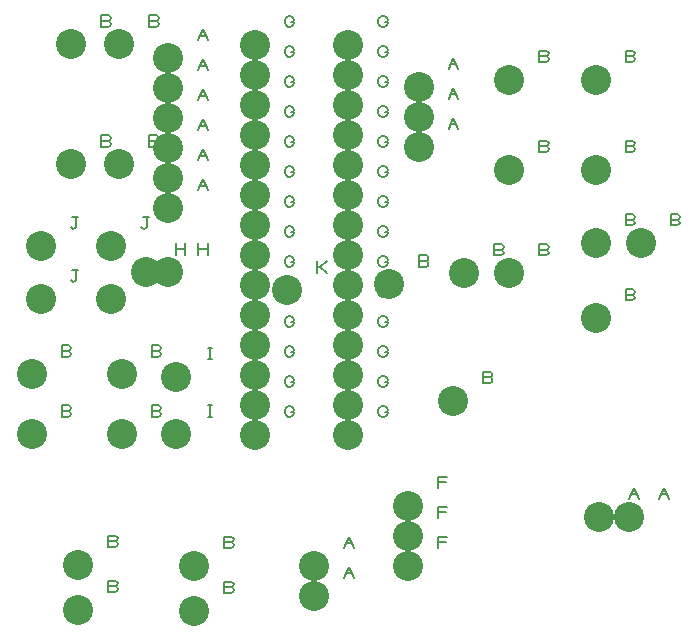
<source format=gbr>
G04 EasyPC Gerber Version 21.0.3 Build 4286 *
G04 #@! TF.Part,Single*
G04 #@! TF.FileFunction,Drillmap *
G04 #@! TF.FilePolarity,Positive *
%FSLAX35Y35*%
%MOIN*%
%ADD11C,0.00500*%
G04 #@! TA.AperFunction,WasherPad*
%ADD21C,0.10000*%
X0Y0D02*
D02*
D11*
X28061Y91463D02*
X28686Y91150D01*
X28999Y90525*
X28686Y89900*
X28061Y89587*
X25874*
Y93337*
X28061*
X28686Y93025*
X28999Y92400*
X28686Y91775*
X28061Y91463*
X25874*
X28061Y111413D02*
X28686Y111100D01*
X28999Y110475*
X28686Y109850*
X28061Y109537*
X25874*
Y113287*
X28061*
X28686Y112975*
X28999Y112350*
X28686Y111725*
X28061Y111413*
X25874*
X28874Y135163D02*
X29186Y134850D01*
X29811Y134537*
X30436Y134850*
X30749Y135163*
Y138287*
X31374*
X30749D02*
X29499D01*
X28874Y152879D02*
X29186Y152567D01*
X29811Y152254*
X30436Y152567*
X30749Y152879*
Y156004*
X31374*
X30749D02*
X29499D01*
X41261Y181413D02*
X41886Y181100D01*
X42199Y180475*
X41886Y179850*
X41261Y179537*
X39074*
Y183287*
X41261*
X41886Y182975*
X42199Y182350*
X41886Y181725*
X41261Y181413*
X39074*
X41261Y221413D02*
X41886Y221100D01*
X42199Y220475*
X41886Y219850*
X41261Y219537*
X39074*
Y223287*
X41261*
X41886Y222975*
X42199Y222350*
X41886Y221725*
X41261Y221413*
X39074*
X43661Y33013D02*
X44286Y32700D01*
X44599Y32075*
X44286Y31450*
X43661Y31137*
X41474*
Y34887*
X43661*
X44286Y34575*
X44599Y33950*
X44286Y33325*
X43661Y33013*
X41474*
X43661Y48013D02*
X44286Y47700D01*
X44599Y47075*
X44286Y46450*
X43661Y46137*
X41474*
Y49887*
X43661*
X44286Y49575*
X44599Y48950*
X44286Y48325*
X43661Y48013*
X41474*
X52496Y135163D02*
X52808Y134850D01*
X53433Y134537*
X54058Y134850*
X54371Y135163*
Y138287*
X54996*
X54371D02*
X53121D01*
X52496Y152879D02*
X52808Y152567D01*
X53433Y152254*
X54058Y152567*
X54371Y152879*
Y156004*
X54996*
X54371D02*
X53121D01*
X57311Y181413D02*
X57936Y181100D01*
X58249Y180475*
X57936Y179850*
X57311Y179537*
X55124*
Y183287*
X57311*
X57936Y182975*
X58249Y182350*
X57936Y181725*
X57311Y181413*
X55124*
X57311Y221413D02*
X57936Y221100D01*
X58249Y220475*
X57936Y219850*
X57311Y219537*
X55124*
Y223287*
X57311*
X57936Y222975*
X58249Y222350*
X57936Y221725*
X57311Y221413*
X55124*
X58061Y91463D02*
X58686Y91150D01*
X58999Y90525*
X58686Y89900*
X58061Y89587*
X55874*
Y93337*
X58061*
X58686Y93025*
X58999Y92400*
X58686Y91775*
X58061Y91463*
X55874*
X58061Y111413D02*
X58686Y111100D01*
X58999Y110475*
X58686Y109850*
X58061Y109537*
X55874*
Y113287*
X58061*
X58686Y112975*
X58999Y112350*
X58686Y111725*
X58061Y111413*
X55874*
X63950Y143587D02*
Y147337D01*
Y145463D02*
X67075D01*
Y143587D02*
Y147337D01*
X71450Y143587D02*
Y147337D01*
Y145463D02*
X74575D01*
Y143587D02*
Y147337D01*
X71450Y164987D02*
X73013Y168737D01*
X74575Y164987*
X72075Y166550D02*
X73950D01*
X71450Y174987D02*
X73013Y178737D01*
X74575Y174987*
X72075Y176550D02*
X73950D01*
X71450Y184987D02*
X73013Y188737D01*
X74575Y184987*
X72075Y186550D02*
X73950D01*
X71450Y194987D02*
X73013Y198737D01*
X74575Y194987*
X72075Y196550D02*
X73950D01*
X71450Y204987D02*
X73013Y208737D01*
X74575Y204987*
X72075Y206550D02*
X73950D01*
X71450Y214987D02*
X73013Y218737D01*
X74575Y214987*
X72075Y216550D02*
X73950D01*
X74811Y89581D02*
X76061D01*
X75436D02*
Y93331D01*
X74811D02*
X76061D01*
X74811Y108794D02*
X76061D01*
X75436D02*
Y112544D01*
X74811D02*
X76061D01*
X82311Y32663D02*
X82936Y32350D01*
X83249Y31725*
X82936Y31100*
X82311Y30787*
X80124*
Y34537*
X82311*
X82936Y34225*
X83249Y33600*
X82936Y32975*
X82311Y32663*
X80124*
X82311Y47663D02*
X82936Y47350D01*
X83249Y46725*
X82936Y46100*
X82311Y45787*
X80124*
Y49537*
X82311*
X82936Y49225*
X83249Y48600*
X82936Y47975*
X82311Y47663*
X80124*
X102411Y90950D02*
X103349D01*
Y90637*
X103037Y90013*
X102724Y89700*
X102099Y89387*
X101474*
X100849Y89700*
X100537Y90013*
X100224Y90637*
Y91887*
X100537Y92513*
X100849Y92825*
X101474Y93137*
X102099*
X102724Y92825*
X103037Y92513*
X103349Y91887*
X102411Y100950D02*
X103349D01*
Y100637*
X103037Y100013*
X102724Y99700*
X102099Y99387*
X101474*
X100849Y99700*
X100537Y100013*
X100224Y100637*
Y101887*
X100537Y102513*
X100849Y102825*
X101474Y103137*
X102099*
X102724Y102825*
X103037Y102513*
X103349Y101887*
X102411Y110950D02*
X103349D01*
Y110637*
X103037Y110013*
X102724Y109700*
X102099Y109387*
X101474*
X100849Y109700*
X100537Y110013*
X100224Y110637*
Y111887*
X100537Y112513*
X100849Y112825*
X101474Y113137*
X102099*
X102724Y112825*
X103037Y112513*
X103349Y111887*
X102411Y120950D02*
X103349D01*
Y120637*
X103037Y120013*
X102724Y119700*
X102099Y119387*
X101474*
X100849Y119700*
X100537Y120013*
X100224Y120637*
Y121887*
X100537Y122513*
X100849Y122825*
X101474Y123137*
X102099*
X102724Y122825*
X103037Y122513*
X103349Y121887*
X102411Y130950D02*
X103349D01*
Y130637*
X103037Y130013*
X102724Y129700*
X102099Y129387*
X101474*
X100849Y129700*
X100537Y130013*
X100224Y130637*
Y131887*
X100537Y132513*
X100849Y132825*
X101474Y133137*
X102099*
X102724Y132825*
X103037Y132513*
X103349Y131887*
X102411Y140950D02*
X103349D01*
Y140637*
X103037Y140013*
X102724Y139700*
X102099Y139387*
X101474*
X100849Y139700*
X100537Y140013*
X100224Y140637*
Y141887*
X100537Y142513*
X100849Y142825*
X101474Y143137*
X102099*
X102724Y142825*
X103037Y142513*
X103349Y141887*
X102411Y150950D02*
X103349D01*
Y150637*
X103037Y150013*
X102724Y149700*
X102099Y149387*
X101474*
X100849Y149700*
X100537Y150013*
X100224Y150637*
Y151887*
X100537Y152513*
X100849Y152825*
X101474Y153137*
X102099*
X102724Y152825*
X103037Y152513*
X103349Y151887*
X102411Y160950D02*
X103349D01*
Y160637*
X103037Y160013*
X102724Y159700*
X102099Y159387*
X101474*
X100849Y159700*
X100537Y160013*
X100224Y160637*
Y161887*
X100537Y162513*
X100849Y162825*
X101474Y163137*
X102099*
X102724Y162825*
X103037Y162513*
X103349Y161887*
X102411Y170950D02*
X103349D01*
Y170637*
X103037Y170013*
X102724Y169700*
X102099Y169387*
X101474*
X100849Y169700*
X100537Y170013*
X100224Y170637*
Y171887*
X100537Y172513*
X100849Y172825*
X101474Y173137*
X102099*
X102724Y172825*
X103037Y172513*
X103349Y171887*
X102411Y180950D02*
X103349D01*
Y180637*
X103037Y180013*
X102724Y179700*
X102099Y179387*
X101474*
X100849Y179700*
X100537Y180013*
X100224Y180637*
Y181887*
X100537Y182513*
X100849Y182825*
X101474Y183137*
X102099*
X102724Y182825*
X103037Y182513*
X103349Y181887*
X102411Y190950D02*
X103349D01*
Y190637*
X103037Y190013*
X102724Y189700*
X102099Y189387*
X101474*
X100849Y189700*
X100537Y190013*
X100224Y190637*
Y191887*
X100537Y192513*
X100849Y192825*
X101474Y193137*
X102099*
X102724Y192825*
X103037Y192513*
X103349Y191887*
X102411Y200950D02*
X103349D01*
Y200637*
X103037Y200013*
X102724Y199700*
X102099Y199387*
X101474*
X100849Y199700*
X100537Y200013*
X100224Y200637*
Y201887*
X100537Y202513*
X100849Y202825*
X101474Y203137*
X102099*
X102724Y202825*
X103037Y202513*
X103349Y201887*
X102411Y210950D02*
X103349D01*
Y210637*
X103037Y210013*
X102724Y209700*
X102099Y209387*
X101474*
X100849Y209700*
X100537Y210013*
X100224Y210637*
Y211887*
X100537Y212513*
X100849Y212825*
X101474Y213137*
X102099*
X102724Y212825*
X103037Y212513*
X103349Y211887*
X102411Y220950D02*
X103349D01*
Y220637*
X103037Y220013*
X102724Y219700*
X102099Y219387*
X101474*
X100849Y219700*
X100537Y220013*
X100224Y220637*
Y221887*
X100537Y222513*
X100849Y222825*
X101474Y223137*
X102099*
X102724Y222825*
X103037Y222513*
X103349Y221887*
X111050Y137587D02*
Y141337D01*
Y139463D02*
X111987D01*
X114175Y141337*
X111987Y139463D02*
X114175Y137587D01*
X120124Y35787D02*
X121686Y39537D01*
X123249Y35787*
X120749Y37350D02*
X122624D01*
X120124Y45787D02*
X121686Y49537D01*
X123249Y45787*
X120749Y47350D02*
X122624D01*
X133663Y90950D02*
X134601D01*
Y90637*
X134289Y90013*
X133976Y89700*
X133351Y89387*
X132726*
X132101Y89700*
X131789Y90013*
X131476Y90637*
Y91887*
X131789Y92513*
X132101Y92825*
X132726Y93137*
X133351*
X133976Y92825*
X134289Y92513*
X134601Y91887*
X133663Y100950D02*
X134601D01*
Y100637*
X134289Y100013*
X133976Y99700*
X133351Y99387*
X132726*
X132101Y99700*
X131789Y100013*
X131476Y100637*
Y101887*
X131789Y102513*
X132101Y102825*
X132726Y103137*
X133351*
X133976Y102825*
X134289Y102513*
X134601Y101887*
X133663Y110950D02*
X134601D01*
Y110637*
X134289Y110013*
X133976Y109700*
X133351Y109387*
X132726*
X132101Y109700*
X131789Y110013*
X131476Y110637*
Y111887*
X131789Y112513*
X132101Y112825*
X132726Y113137*
X133351*
X133976Y112825*
X134289Y112513*
X134601Y111887*
X133663Y120950D02*
X134601D01*
Y120637*
X134289Y120013*
X133976Y119700*
X133351Y119387*
X132726*
X132101Y119700*
X131789Y120013*
X131476Y120637*
Y121887*
X131789Y122513*
X132101Y122825*
X132726Y123137*
X133351*
X133976Y122825*
X134289Y122513*
X134601Y121887*
X133663Y130950D02*
X134601D01*
Y130637*
X134289Y130013*
X133976Y129700*
X133351Y129387*
X132726*
X132101Y129700*
X131789Y130013*
X131476Y130637*
Y131887*
X131789Y132513*
X132101Y132825*
X132726Y133137*
X133351*
X133976Y132825*
X134289Y132513*
X134601Y131887*
X133663Y140950D02*
X134601D01*
Y140637*
X134289Y140013*
X133976Y139700*
X133351Y139387*
X132726*
X132101Y139700*
X131789Y140013*
X131476Y140637*
Y141887*
X131789Y142513*
X132101Y142825*
X132726Y143137*
X133351*
X133976Y142825*
X134289Y142513*
X134601Y141887*
X133663Y150950D02*
X134601D01*
Y150637*
X134289Y150013*
X133976Y149700*
X133351Y149387*
X132726*
X132101Y149700*
X131789Y150013*
X131476Y150637*
Y151887*
X131789Y152513*
X132101Y152825*
X132726Y153137*
X133351*
X133976Y152825*
X134289Y152513*
X134601Y151887*
X133663Y160950D02*
X134601D01*
Y160637*
X134289Y160013*
X133976Y159700*
X133351Y159387*
X132726*
X132101Y159700*
X131789Y160013*
X131476Y160637*
Y161887*
X131789Y162513*
X132101Y162825*
X132726Y163137*
X133351*
X133976Y162825*
X134289Y162513*
X134601Y161887*
X133663Y170950D02*
X134601D01*
Y170637*
X134289Y170013*
X133976Y169700*
X133351Y169387*
X132726*
X132101Y169700*
X131789Y170013*
X131476Y170637*
Y171887*
X131789Y172513*
X132101Y172825*
X132726Y173137*
X133351*
X133976Y172825*
X134289Y172513*
X134601Y171887*
X133663Y180950D02*
X134601D01*
Y180637*
X134289Y180013*
X133976Y179700*
X133351Y179387*
X132726*
X132101Y179700*
X131789Y180013*
X131476Y180637*
Y181887*
X131789Y182513*
X132101Y182825*
X132726Y183137*
X133351*
X133976Y182825*
X134289Y182513*
X134601Y181887*
X133663Y190950D02*
X134601D01*
Y190637*
X134289Y190013*
X133976Y189700*
X133351Y189387*
X132726*
X132101Y189700*
X131789Y190013*
X131476Y190637*
Y191887*
X131789Y192513*
X132101Y192825*
X132726Y193137*
X133351*
X133976Y192825*
X134289Y192513*
X134601Y191887*
X133663Y200950D02*
X134601D01*
Y200637*
X134289Y200013*
X133976Y199700*
X133351Y199387*
X132726*
X132101Y199700*
X131789Y200013*
X131476Y200637*
Y201887*
X131789Y202513*
X132101Y202825*
X132726Y203137*
X133351*
X133976Y202825*
X134289Y202513*
X134601Y201887*
X133663Y210950D02*
X134601D01*
Y210637*
X134289Y210013*
X133976Y209700*
X133351Y209387*
X132726*
X132101Y209700*
X131789Y210013*
X131476Y210637*
Y211887*
X131789Y212513*
X132101Y212825*
X132726Y213137*
X133351*
X133976Y212825*
X134289Y212513*
X134601Y211887*
X133663Y220950D02*
X134601D01*
Y220637*
X134289Y220013*
X133976Y219700*
X133351Y219387*
X132726*
X132101Y219700*
X131789Y220013*
X131476Y220637*
Y221887*
X131789Y222513*
X132101Y222825*
X132726Y223137*
X133351*
X133976Y222825*
X134289Y222513*
X134601Y221887*
X147222Y141413D02*
X147848Y141100D01*
X148160Y140475*
X147848Y139850*
X147222Y139537*
X145035*
Y143287*
X147222*
X147848Y142975*
X148160Y142350*
X147848Y141725*
X147222Y141413*
X145035*
X151374Y45787D02*
Y49537D01*
X154499*
X153874Y47663D02*
X151374D01*
Y55787D02*
Y59537D01*
X154499*
X153874Y57663D02*
X151374D01*
Y65787D02*
Y69537D01*
X154499*
X153874Y67663D02*
X151374D01*
X154850Y185387D02*
X156413Y189137D01*
X157975Y185387*
X155475Y186950D02*
X157350D01*
X154850Y195387D02*
X156413Y199137D01*
X157975Y195387*
X155475Y196950D02*
X157350D01*
X154850Y205387D02*
X156413Y209137D01*
X157975Y205387*
X155475Y206950D02*
X157350D01*
X168561Y102663D02*
X169186Y102350D01*
X169499Y101725*
X169186Y101100*
X168561Y100787*
X166374*
Y104537*
X168561*
X169186Y104225*
X169499Y103600*
X169186Y102975*
X168561Y102663*
X166374*
X172311Y145163D02*
X172936Y144850D01*
X173249Y144225*
X172936Y143600*
X172311Y143287*
X170124*
Y147037*
X172311*
X172936Y146725*
X173249Y146100*
X172936Y145475*
X172311Y145163*
X170124*
X187311D02*
X187936Y144850D01*
X188249Y144225*
X187936Y143600*
X187311Y143287*
X185124*
Y147037*
X187311*
X187936Y146725*
X188249Y146100*
X187936Y145475*
X187311Y145163*
X185124*
X187311Y179663D02*
X187936Y179350D01*
X188249Y178725*
X187936Y178100*
X187311Y177787*
X185124*
Y181537*
X187311*
X187936Y181225*
X188249Y180600*
X187936Y179975*
X187311Y179663*
X185124*
X187311Y209663D02*
X187936Y209350D01*
X188249Y208725*
X187936Y208100*
X187311Y207787*
X185124*
Y211537*
X187311*
X187936Y211225*
X188249Y210600*
X187936Y209975*
X187311Y209663*
X185124*
X216061Y130163D02*
X216686Y129850D01*
X216999Y129225*
X216686Y128600*
X216061Y128287*
X213874*
Y132037*
X216061*
X216686Y131725*
X216999Y131100*
X216686Y130475*
X216061Y130163*
X213874*
X216061Y155163D02*
X216686Y154850D01*
X216999Y154225*
X216686Y153600*
X216061Y153287*
X213874*
Y157037*
X216061*
X216686Y156725*
X216999Y156100*
X216686Y155475*
X216061Y155163*
X213874*
X216061Y179663D02*
X216686Y179350D01*
X216999Y178725*
X216686Y178100*
X216061Y177787*
X213874*
Y181537*
X216061*
X216686Y181225*
X216999Y180600*
X216686Y179975*
X216061Y179663*
X213874*
X216061Y209663D02*
X216686Y209350D01*
X216999Y208725*
X216686Y208100*
X216061Y207787*
X213874*
Y211537*
X216061*
X216686Y211225*
X216999Y210600*
X216686Y209975*
X216061Y209663*
X213874*
X215124Y62037D02*
X216686Y65787D01*
X218249Y62037*
X215749Y63600D02*
X217624D01*
X225124Y62037D02*
X226686Y65787D01*
X228249Y62037*
X225749Y63600D02*
X227624D01*
X231061Y155163D02*
X231686Y154850D01*
X231999Y154225*
X231686Y153600*
X231061Y153287*
X228874*
Y157037*
X231061*
X231686Y156725*
X231999Y156100*
X231686Y155475*
X231061Y155163*
X228874*
D02*
D21*
X15874Y83650D03*
Y103600D03*
X18874Y128600D03*
Y146317D03*
X29074Y173600D03*
Y213600D03*
X31474Y25200D03*
Y40200D03*
X42496Y128600D03*
Y146317D03*
X45124Y173600D03*
Y213600D03*
X45874Y83650D03*
Y103600D03*
X53950Y137650D03*
X61450D03*
Y159050D03*
Y169050D03*
Y179050D03*
Y189050D03*
Y199050D03*
Y209050D03*
X63874Y83644D03*
Y102856D03*
X70124Y24850D03*
Y39850D03*
X90224Y83450D03*
Y93450D03*
Y103450D03*
Y113450D03*
Y123450D03*
Y133450D03*
Y143450D03*
Y153450D03*
Y163450D03*
Y173450D03*
Y183450D03*
Y193450D03*
Y203450D03*
Y213450D03*
X101050Y131650D03*
X110124Y29850D03*
Y39850D03*
X121476Y83450D03*
Y93450D03*
Y103450D03*
Y113450D03*
Y123450D03*
Y133450D03*
Y143450D03*
Y153450D03*
Y163450D03*
Y173450D03*
Y183450D03*
Y193450D03*
Y203450D03*
Y213450D03*
X135035Y133600D03*
X141374Y39850D03*
Y49850D03*
Y59850D03*
X144850Y179450D03*
Y189450D03*
Y199450D03*
X156374Y94850D03*
X160124Y137350D03*
X175124D03*
Y171850D03*
Y201850D03*
X203874Y122350D03*
Y147350D03*
Y171850D03*
Y201850D03*
X205124Y56100D03*
X215124D03*
X218874Y147350D03*
X0Y0D02*
M02*

</source>
